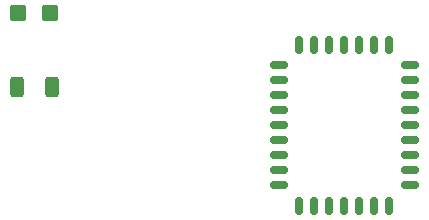
<source format=gtp>
G04 #@! TF.GenerationSoftware,KiCad,Pcbnew,(6.0.6)*
G04 #@! TF.CreationDate,2022-11-05T17:07:15-04:00*
G04 #@! TF.ProjectId,isaacCart,69736161-6343-4617-9274-2e6b69636164,rev?*
G04 #@! TF.SameCoordinates,Original*
G04 #@! TF.FileFunction,Paste,Top*
G04 #@! TF.FilePolarity,Positive*
%FSLAX46Y46*%
G04 Gerber Fmt 4.6, Leading zero omitted, Abs format (unit mm)*
G04 Created by KiCad (PCBNEW (6.0.6)) date 2022-11-05 17:07:15*
%MOMM*%
%LPD*%
G01*
G04 APERTURE LIST*
G04 Aperture macros list*
%AMRoundRect*
0 Rectangle with rounded corners*
0 $1 Rounding radius*
0 $2 $3 $4 $5 $6 $7 $8 $9 X,Y pos of 4 corners*
0 Add a 4 corners polygon primitive as box body*
4,1,4,$2,$3,$4,$5,$6,$7,$8,$9,$2,$3,0*
0 Add four circle primitives for the rounded corners*
1,1,$1+$1,$2,$3*
1,1,$1+$1,$4,$5*
1,1,$1+$1,$6,$7*
1,1,$1+$1,$8,$9*
0 Add four rect primitives between the rounded corners*
20,1,$1+$1,$2,$3,$4,$5,0*
20,1,$1+$1,$4,$5,$6,$7,0*
20,1,$1+$1,$6,$7,$8,$9,0*
20,1,$1+$1,$8,$9,$2,$3,0*%
G04 Aperture macros list end*
%ADD10RoundRect,0.250000X0.312500X0.625000X-0.312500X0.625000X-0.312500X-0.625000X0.312500X-0.625000X0*%
%ADD11RoundRect,0.250000X-0.450000X-0.425000X0.450000X-0.425000X0.450000X0.425000X-0.450000X0.425000X0*%
%ADD12RoundRect,0.150000X-0.150000X-0.587500X0.150000X-0.587500X0.150000X0.587500X-0.150000X0.587500X0*%
%ADD13RoundRect,0.150000X-0.587500X-0.150000X0.587500X-0.150000X0.587500X0.150000X-0.587500X0.150000X0*%
G04 APERTURE END LIST*
D10*
X112652500Y-97870000D03*
X109727500Y-97870000D03*
D11*
X109840000Y-91620000D03*
X112540000Y-91620000D03*
D12*
X137440000Y-94282500D03*
X136170000Y-94282500D03*
X134900000Y-94282500D03*
X133630000Y-94282500D03*
D13*
X131877500Y-96040000D03*
X131877500Y-97310000D03*
X131877500Y-98580000D03*
X131877500Y-99850000D03*
X131877500Y-101120000D03*
X131877500Y-102390000D03*
X131877500Y-103660000D03*
X131877500Y-104930000D03*
X131877500Y-106200000D03*
D12*
X133630000Y-107957500D03*
X134900000Y-107957500D03*
X136170000Y-107957500D03*
X137440000Y-107957500D03*
X138710000Y-107957500D03*
X139980000Y-107957500D03*
X141250000Y-107957500D03*
D13*
X143002500Y-106200000D03*
X143002500Y-104930000D03*
X143002500Y-103660000D03*
X143002500Y-102390000D03*
X143002500Y-101120000D03*
X143002500Y-99850000D03*
X143002500Y-98580000D03*
X143002500Y-97310000D03*
X143002500Y-96040000D03*
D12*
X141250000Y-94282500D03*
X139980000Y-94282500D03*
X138710000Y-94282500D03*
M02*

</source>
